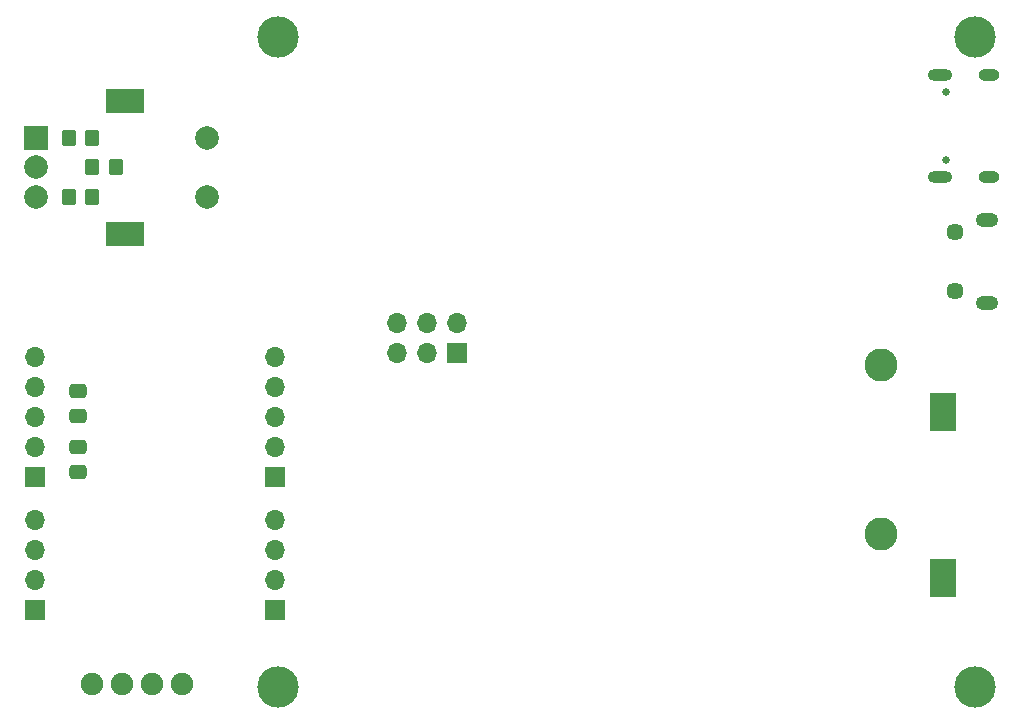
<source format=gbr>
%TF.GenerationSoftware,KiCad,Pcbnew,8.0.0*%
%TF.CreationDate,2024-07-15T16:42:44+02:00*%
%TF.ProjectId,Lucaudio_esp32_V1_revB,4c756361-7564-4696-9f5f-65737033325f,rev?*%
%TF.SameCoordinates,Original*%
%TF.FileFunction,Soldermask,Bot*%
%TF.FilePolarity,Negative*%
%FSLAX46Y46*%
G04 Gerber Fmt 4.6, Leading zero omitted, Abs format (unit mm)*
G04 Created by KiCad (PCBNEW 8.0.0) date 2024-07-15 16:42:44*
%MOMM*%
%LPD*%
G01*
G04 APERTURE LIST*
G04 Aperture macros list*
%AMRoundRect*
0 Rectangle with rounded corners*
0 $1 Rounding radius*
0 $2 $3 $4 $5 $6 $7 $8 $9 X,Y pos of 4 corners*
0 Add a 4 corners polygon primitive as box body*
4,1,4,$2,$3,$4,$5,$6,$7,$8,$9,$2,$3,0*
0 Add four circle primitives for the rounded corners*
1,1,$1+$1,$2,$3*
1,1,$1+$1,$4,$5*
1,1,$1+$1,$6,$7*
1,1,$1+$1,$8,$9*
0 Add four rect primitives between the rounded corners*
20,1,$1+$1,$2,$3,$4,$5,0*
20,1,$1+$1,$4,$5,$6,$7,0*
20,1,$1+$1,$6,$7,$8,$9,0*
20,1,$1+$1,$8,$9,$2,$3,0*%
G04 Aperture macros list end*
%ADD10O,1.900000X1.200000*%
%ADD11C,1.450000*%
%ADD12R,1.700000X1.700000*%
%ADD13O,1.700000X1.700000*%
%ADD14C,2.800000*%
%ADD15R,2.200000X3.200000*%
%ADD16C,3.500000*%
%ADD17R,2.000000X2.000000*%
%ADD18C,2.000000*%
%ADD19R,3.200000X2.000000*%
%ADD20C,0.650000*%
%ADD21O,2.100000X1.000000*%
%ADD22O,1.800000X1.000000*%
%ADD23C,1.900000*%
%ADD24RoundRect,0.250000X0.350000X0.450000X-0.350000X0.450000X-0.350000X-0.450000X0.350000X-0.450000X0*%
%ADD25RoundRect,0.250000X0.475000X-0.337500X0.475000X0.337500X-0.475000X0.337500X-0.475000X-0.337500X0*%
%ADD26RoundRect,0.250000X-0.350000X-0.450000X0.350000X-0.450000X0.350000X0.450000X-0.350000X0.450000X0*%
%ADD27RoundRect,0.250000X-0.475000X0.337500X-0.475000X-0.337500X0.475000X-0.337500X0.475000X0.337500X0*%
G04 APERTURE END LIST*
D10*
%TO.C,J8*%
X164987500Y-90996800D03*
D11*
X162287500Y-89996800D03*
X162287500Y-84996800D03*
D10*
X164987500Y-83996800D03*
%TD*%
D12*
%TO.C,J4*%
X104750000Y-117000000D03*
D13*
X104750000Y-114460000D03*
X104750000Y-111920000D03*
X104750000Y-109380000D03*
%TD*%
D14*
%TO.C,J2*%
X156000000Y-96250000D03*
X156000000Y-110500000D03*
D15*
X161250000Y-114250000D03*
X161250000Y-100250000D03*
%TD*%
D12*
%TO.C,J5*%
X104750000Y-105746800D03*
D13*
X104750000Y-103206800D03*
X104750000Y-100666800D03*
X104750000Y-98126800D03*
X104750000Y-95586800D03*
%TD*%
D16*
%TO.C,REF\u002A\u002A*%
X105000000Y-123500000D03*
%TD*%
%TO.C,REF\u002A\u002A*%
X164000000Y-123500000D03*
%TD*%
D17*
%TO.C,SW3*%
X84500000Y-77000000D03*
D18*
X84500000Y-82000000D03*
X84500000Y-79500000D03*
D19*
X92000000Y-73900000D03*
X92000000Y-85100000D03*
D18*
X99000000Y-82000000D03*
X99000000Y-77000000D03*
%TD*%
D20*
%TO.C,J3*%
X161509200Y-78886800D03*
X161509200Y-73106800D03*
D21*
X160989200Y-80316800D03*
D22*
X165189200Y-80316800D03*
D21*
X160989200Y-71676800D03*
D22*
X165189200Y-71676800D03*
%TD*%
D12*
%TO.C,J7*%
X84375000Y-105750000D03*
D13*
X84375000Y-103210000D03*
X84375000Y-100670000D03*
X84375000Y-98130000D03*
X84375000Y-95590000D03*
%TD*%
D16*
%TO.C,REF\u002A\u002A*%
X105000000Y-68500000D03*
%TD*%
D12*
%TO.C,J6*%
X84375000Y-117000000D03*
D13*
X84375000Y-114460000D03*
X84375000Y-111920000D03*
X84375000Y-109380000D03*
%TD*%
D16*
%TO.C,REF\u002A\u002A*%
X164000000Y-68500000D03*
%TD*%
D23*
%TO.C,OLED1*%
X96810000Y-123250000D03*
X94270000Y-123250000D03*
X91730000Y-123250000D03*
X89190000Y-123250000D03*
%TD*%
D24*
%TO.C,R14*%
X91250000Y-79500000D03*
X89250000Y-79500000D03*
%TD*%
%TO.C,R10*%
X89250000Y-77000000D03*
X87250000Y-77000000D03*
%TD*%
D12*
%TO.C,J1*%
X120142000Y-95250000D03*
D13*
X120142000Y-92710000D03*
X117602000Y-95250000D03*
X117602000Y-92710000D03*
X115062000Y-95250000D03*
X115062000Y-92710000D03*
%TD*%
D25*
%TO.C,C33*%
X88000000Y-100537500D03*
X88000000Y-98462500D03*
%TD*%
D26*
%TO.C,R13*%
X87250000Y-82000000D03*
X89250000Y-82000000D03*
%TD*%
D27*
%TO.C,C32*%
X88000000Y-103212500D03*
X88000000Y-105287500D03*
%TD*%
M02*

</source>
